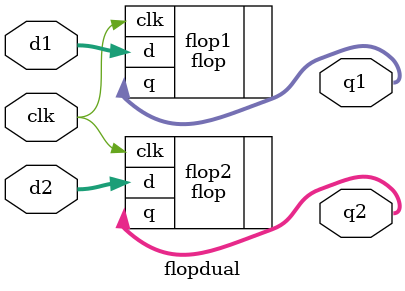
<source format=sv>
`timescale 1ns/1ps

module flopdual #(parameter WIDTH = 32)
    (
        input logic clk,
        input logic [WIDTH-1:0] d1,
        input logic [WIDTH-1:0] d2,
        output logic [WIDTH-1:0] q1,
        output logic [WIDTH-1:0] q2
    );

    flop #(WIDTH) flop1(
             .clk(clk),
             .d(d1),
             .q(q1)
         );

    flop #(WIDTH) flop2(
             .clk(clk),
             .d(d2),
             .q(q2)
         );


endmodule

</source>
